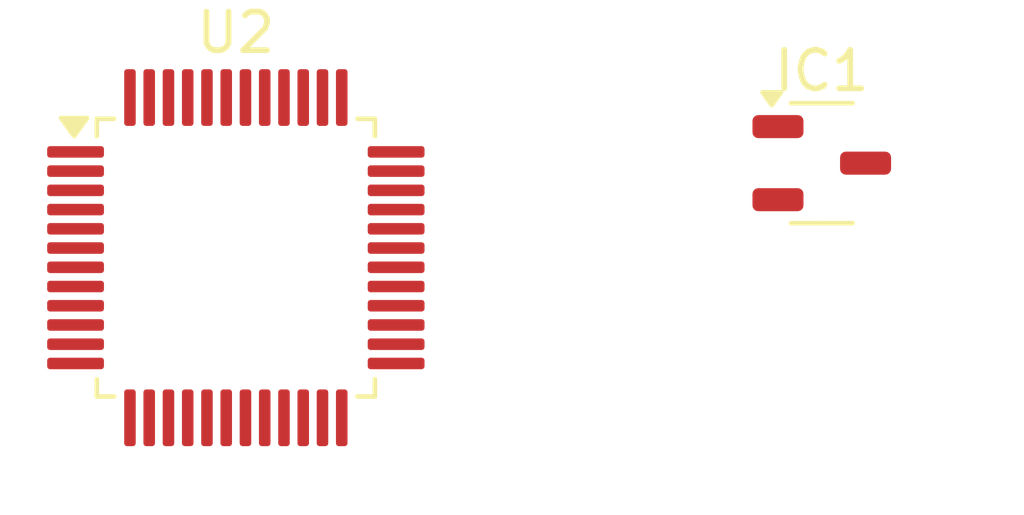
<source format=kicad_pcb>
(kicad_pcb (version 20241229) (generator "pcbnew") (generator_version "9.0")
  (layers (0 "F.Cu" signal) (2 "B.Cu" signal) (13 "F.Paste" user) (15 "B.Paste" user) (5 "F.SilkS" user "F.Silkscreen") (7 "B.SilkS" user "B.Silkscreen") (1 "F.Mask" user) (3 "B.Mask" user) (25 "Edge.Cuts" user))
  (net 0 "")
  (net 1 "GND")
  (net 2 "SENS_OUT")
  (net 3 "+3.3V")
  (net 7 "PROG_SWD")
  (net 19 "PROG_TX")
  (net 24 "PROG_RST")
  (net 28 "PROG_CLK")
  (net 29 "PROG_RX")
  (net 35 "Net-(U2-PD1)")
  (net 39 "Net-(U2-PD0)")
  (footprint "Package_QFP:LQFP-48_7x7mm_P0.5mm" (layer "F.Cu") (at 83.8485 47.288)
    (property "Reference" "U2" (at 0 -5.85 0) (layer "F.SilkS"))
    (property "Value" "STM32F103C8Tx")
    (fp_line (start -3.61 -3.61) (end -3.61 -3.16) (stroke (width 0.12)) (layer "F.SilkS"))
    (fp_line (start -3.61 3.61) (end -3.61 3.16) (stroke (width 0.12)) (layer "F.SilkS"))
    (fp_line (start -3.16 -3.61) (end -3.61 -3.61) (stroke (width 0.12)) (layer "F.SilkS"))
    (fp_line (start -3.16 3.61) (end -3.61 3.61) (stroke (width 0.12)) (layer "F.SilkS"))
    (fp_line (start 3.16 -3.61) (end 3.61 -3.61) (stroke (width 0.12)) (layer "F.SilkS"))
    (fp_line (start 3.16 3.61) (end 3.61 3.61) (stroke (width 0.12)) (layer "F.SilkS"))
    (fp_line (start 3.61 -3.61) (end 3.61 -3.16) (stroke (width 0.12)) (layer "F.SilkS"))
    (fp_line (start 3.61 3.61) (end 3.61 3.16) (stroke (width 0.12)) (layer "F.SilkS"))
    (fp_poly (pts (xy -4.2 -3.16) (xy -4.54 -3.63) (xy -3.86 -3.63) (xy -4.2 -3.16)) (stroke (width 0.12)) (fill yes) (layer "F.SilkS"))
    (pad "1" smd roundrect (at -4.1625 -2.75) (size 1.475 0.3) (layers "F.Cu" "F.Mask" "F.Paste") (net 3 "+3.3V"))
    (pad "2" smd roundrect (at -4.1625 -2.25) (size 1.475 0.3) (layers "F.Cu" "F.Mask" "F.Paste"))
    (pad "3" smd roundrect (at -4.1625 -1.75) (size 1.475 0.3) (layers "F.Cu" "F.Mask" "F.Paste"))
    (pad "4" smd roundrect (at -4.1625 -1.25) (size 1.475 0.3) (layers "F.Cu" "F.Mask" "F.Paste"))
    (pad "5" smd roundrect (at -4.1625 -0.75) (size 1.475 0.3) (layers "F.Cu" "F.Mask" "F.Paste") (net 39 "Net-(U2-PD0)"))
    (pad "6" smd roundrect (at -4.1625 -0.25) (size 1.475 0.3) (layers "F.Cu" "F.Mask" "F.Paste") (net 35 "Net-(U2-PD1)"))
    (pad "7" smd roundrect (at -4.1625 0.25) (size 1.475 0.3) (layers "F.Cu" "F.Mask" "F.Paste") (net 24 "PROG_RST"))
    (pad "8" smd roundrect (at -4.1625 0.75) (size 1.475 0.3) (layers "F.Cu" "F.Mask" "F.Paste") (net 1 "GND"))
    (pad "9" smd roundrect (at -4.1625 1.25) (size 1.475 0.3) (layers "F.Cu" "F.Mask" "F.Paste") (net 3 "+3.3V"))
    (pad "10" smd roundrect (at -4.1625 1.75) (size 1.475 0.3) (layers "F.Cu" "F.Mask" "F.Paste"))
    (pad "11" smd roundrect (at -4.1625 2.25) (size 1.475 0.3) (layers "F.Cu" "F.Mask" "F.Paste"))
    (pad "12" smd roundrect (at -4.1625 2.75) (size 1.475 0.3) (layers "F.Cu" "F.Mask" "F.Paste"))
    (pad "13" smd roundrect (at -2.75 4.1625) (size 0.3 1.475) (layers "F.Cu" "F.Mask" "F.Paste"))
    (pad "14" smd roundrect (at -2.25 4.1625) (size 0.3 1.475) (layers "F.Cu" "F.Mask" "F.Paste"))
    (pad "15" smd roundrect (at -1.75 4.1625) (size 0.3 1.475) (layers "F.Cu" "F.Mask" "F.Paste"))
    (pad "16" smd roundrect (at -1.25 4.1625) (size 0.3 1.475) (layers "F.Cu" "F.Mask" "F.Paste"))
    (pad "17" smd roundrect (at -0.75 4.1625) (size 0.3 1.475) (layers "F.Cu" "F.Mask" "F.Paste"))
    (pad "18" smd roundrect (at -0.25 4.1625) (size 0.3 1.475) (layers "F.Cu" "F.Mask" "F.Paste"))
    (pad "19" smd roundrect (at 0.25 4.1625) (size 0.3 1.475) (layers "F.Cu" "F.Mask" "F.Paste"))
    (pad "20" smd roundrect (at 0.75 4.1625) (size 0.3 1.475) (layers "F.Cu" "F.Mask" "F.Paste"))
    (pad "21" smd roundrect (at 1.25 4.1625) (size 0.3 1.475) (layers "F.Cu" "F.Mask" "F.Paste"))
    (pad "22" smd roundrect (at 1.75 4.1625) (size 0.3 1.475) (layers "F.Cu" "F.Mask" "F.Paste"))
    (pad "23" smd roundrect (at 2.25 4.1625) (size 0.3 1.475) (layers "F.Cu" "F.Mask" "F.Paste") (net 1 "GND"))
    (pad "24" smd roundrect (at 2.75 4.1625) (size 0.3 1.475) (layers "F.Cu" "F.Mask" "F.Paste") (net 3 "+3.3V"))
    (pad "25" smd roundrect (at 4.1625 2.75) (size 1.475 0.3) (layers "F.Cu" "F.Mask" "F.Paste"))
    (pad "26" smd roundrect (at 4.1625 2.25) (size 1.475 0.3) (layers "F.Cu" "F.Mask" "F.Paste"))
    (pad "27" smd roundrect (at 4.1625 1.75) (size 1.475 0.3) (layers "F.Cu" "F.Mask" "F.Paste"))
    (pad "28" smd roundrect (at 4.1625 1.25) (size 1.475 0.3) (layers "F.Cu" "F.Mask" "F.Paste"))
    (pad "29" smd roundrect (at 4.1625 0.75) (size 1.475 0.3) (layers "F.Cu" "F.Mask" "F.Paste"))
    (pad "30" smd roundrect (at 4.1625 0.25) (size 1.475 0.3) (layers "F.Cu" "F.Mask" "F.Paste") (net 19 "PROG_TX"))
    (pad "31" smd roundrect (at 4.1625 -0.25) (size 1.475 0.3) (layers "F.Cu" "F.Mask" "F.Paste") (net 29 "PROG_RX"))
    (pad "32" smd roundrect (at 4.1625 -0.75) (size 1.475 0.3) (layers "F.Cu" "F.Mask" "F.Paste"))
    (pad "33" smd roundrect (at 4.1625 -1.25) (size 1.475 0.3) (layers "F.Cu" "F.Mask" "F.Paste"))
    (pad "34" smd roundrect (at 4.1625 -1.75) (size 1.475 0.3) (layers "F.Cu" "F.Mask" "F.Paste") (net 7 "PROG_SWD"))
    (pad "35" smd roundrect (at 4.1625 -2.25) (size 1.475 0.3) (layers "F.Cu" "F.Mask" "F.Paste") (net 1 "GND"))
    (pad "36" smd roundrect (at 4.1625 -2.75) (size 1.475 0.3) (layers "F.Cu" "F.Mask" "F.Paste") (net 3 "+3.3V"))
    (pad "37" smd roundrect (at 2.75 -4.1625) (size 0.3 1.475) (layers "F.Cu" "F.Mask" "F.Paste") (net 28 "PROG_CLK"))
    (pad "38" smd roundrect (at 2.25 -4.1625) (size 0.3 1.475) (layers "F.Cu" "F.Mask" "F.Paste"))
    (pad "39" smd roundrect (at 1.75 -4.1625) (size 0.3 1.475) (layers "F.Cu" "F.Mask" "F.Paste"))
    (pad "40" smd roundrect (at 1.25 -4.1625) (size 0.3 1.475) (layers "F.Cu" "F.Mask" "F.Paste"))
    (pad "41" smd roundrect (at 0.75 -4.1625) (size 0.3 1.475) (layers "F.Cu" "F.Mask" "F.Paste"))
    (pad "42" smd roundrect (at 0.25 -4.1625) (size 0.3 1.475) (layers "F.Cu" "F.Mask" "F.Paste"))
    (pad "43" smd roundrect (at -0.25 -4.1625) (size 0.3 1.475) (layers "F.Cu" "F.Mask" "F.Paste"))
    (pad "44" smd roundrect (at -0.75 -4.1625) (size 0.3 1.475) (layers "F.Cu" "F.Mask" "F.Paste") (net 1 "GND"))
    (pad "45" smd roundrect (at -1.25 -4.1625) (size 0.3 1.475) (layers "F.Cu" "F.Mask" "F.Paste"))
    (pad "46" smd roundrect (at -1.75 -4.1625) (size 0.3 1.475) (layers "F.Cu" "F.Mask" "F.Paste"))
    (pad "47" smd roundrect (at -2.25 -4.1625) (size 0.3 1.475) (layers "F.Cu" "F.Mask" "F.Paste") (net 1 "GND"))
    (pad "48" smd roundrect (at -2.75 -4.1625) (size 0.3 1.475) (layers "F.Cu" "F.Mask" "F.Paste") (net 3 "+3.3V"))
  )
  (footprint "Package_TO_SOT_SMD:SOT-23-3" (layer "F.Cu") (at 99.0655 44.831)
    (property "Reference" "IC1" (at 0 -2.4 0) (layer "F.SilkS"))
    (property "Value" "AH1912-W-7")
    (fp_line (start 0 -1.56) (end -0.8 -1.56) (stroke (width 0.12)) (layer "F.SilkS"))
    (fp_line (start 0 -1.56) (end 0.8 -1.56) (stroke (width 0.12)) (layer "F.SilkS"))
    (fp_line (start 0 1.56) (end -0.8 1.56) (stroke (width 0.12)) (layer "F.SilkS"))
    (fp_line (start 0 1.56) (end 0.8 1.56) (stroke (width 0.12)) (layer "F.SilkS"))
    (fp_poly (pts (xy -1.3 -1.51) (xy -1.54 -1.84) (xy -1.06 -1.84) (xy -1.3 -1.51)) (stroke (width 0.12)) (fill yes) (layer "F.SilkS"))
    (pad "1" smd roundrect (at -1.1375 -0.95) (size 1.325 0.6) (layers "F.Cu" "F.Mask" "F.Paste") (net 3 "+3.3V"))
    (pad "2" smd roundrect (at -1.1375 0.95) (size 1.325 0.6) (layers "F.Cu" "F.Mask" "F.Paste") (net 2 "SENS_OUT"))
    (pad "3" smd roundrect (at 1.1375 0) (size 1.325 0.6) (layers "F.Cu" "F.Mask" "F.Paste") (net 1 "GND"))
  )
)
</source>
